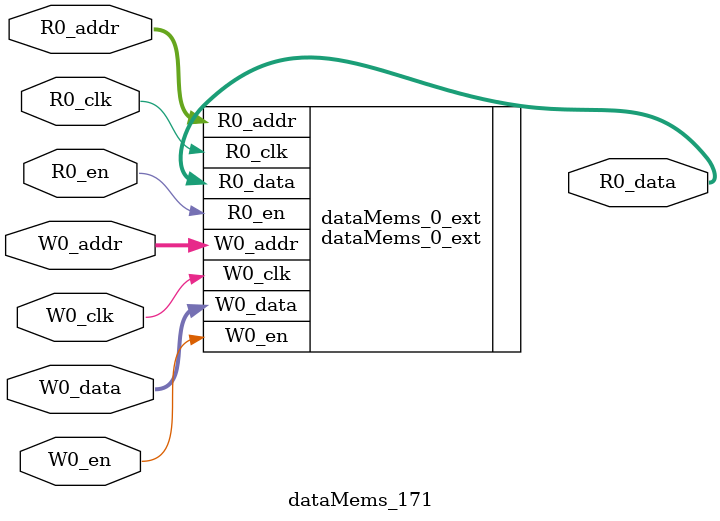
<source format=sv>
`ifndef RANDOMIZE
  `ifdef RANDOMIZE_REG_INIT
    `define RANDOMIZE
  `endif // RANDOMIZE_REG_INIT
`endif // not def RANDOMIZE
`ifndef RANDOMIZE
  `ifdef RANDOMIZE_MEM_INIT
    `define RANDOMIZE
  `endif // RANDOMIZE_MEM_INIT
`endif // not def RANDOMIZE

`ifndef RANDOM
  `define RANDOM $random
`endif // not def RANDOM

// Users can define 'PRINTF_COND' to add an extra gate to prints.
`ifndef PRINTF_COND_
  `ifdef PRINTF_COND
    `define PRINTF_COND_ (`PRINTF_COND)
  `else  // PRINTF_COND
    `define PRINTF_COND_ 1
  `endif // PRINTF_COND
`endif // not def PRINTF_COND_

// Users can define 'ASSERT_VERBOSE_COND' to add an extra gate to assert error printing.
`ifndef ASSERT_VERBOSE_COND_
  `ifdef ASSERT_VERBOSE_COND
    `define ASSERT_VERBOSE_COND_ (`ASSERT_VERBOSE_COND)
  `else  // ASSERT_VERBOSE_COND
    `define ASSERT_VERBOSE_COND_ 1
  `endif // ASSERT_VERBOSE_COND
`endif // not def ASSERT_VERBOSE_COND_

// Users can define 'STOP_COND' to add an extra gate to stop conditions.
`ifndef STOP_COND_
  `ifdef STOP_COND
    `define STOP_COND_ (`STOP_COND)
  `else  // STOP_COND
    `define STOP_COND_ 1
  `endif // STOP_COND
`endif // not def STOP_COND_

// Users can define INIT_RANDOM as general code that gets injected into the
// initializer block for modules with registers.
`ifndef INIT_RANDOM
  `define INIT_RANDOM
`endif // not def INIT_RANDOM

// If using random initialization, you can also define RANDOMIZE_DELAY to
// customize the delay used, otherwise 0.002 is used.
`ifndef RANDOMIZE_DELAY
  `define RANDOMIZE_DELAY 0.002
`endif // not def RANDOMIZE_DELAY

// Define INIT_RANDOM_PROLOG_ for use in our modules below.
`ifndef INIT_RANDOM_PROLOG_
  `ifdef RANDOMIZE
    `ifdef VERILATOR
      `define INIT_RANDOM_PROLOG_ `INIT_RANDOM
    `else  // VERILATOR
      `define INIT_RANDOM_PROLOG_ `INIT_RANDOM #`RANDOMIZE_DELAY begin end
    `endif // VERILATOR
  `else  // RANDOMIZE
    `define INIT_RANDOM_PROLOG_
  `endif // RANDOMIZE
`endif // not def INIT_RANDOM_PROLOG_

// Include register initializers in init blocks unless synthesis is set
`ifndef SYNTHESIS
  `ifndef ENABLE_INITIAL_REG_
    `define ENABLE_INITIAL_REG_
  `endif // not def ENABLE_INITIAL_REG_
`endif // not def SYNTHESIS

// Include rmemory initializers in init blocks unless synthesis is set
`ifndef SYNTHESIS
  `ifndef ENABLE_INITIAL_MEM_
    `define ENABLE_INITIAL_MEM_
  `endif // not def ENABLE_INITIAL_MEM_
`endif // not def SYNTHESIS

module dataMems_171(	// @[generators/ara/src/main/scala/UnsafeAXI4ToTL.scala:365:62]
  input  [4:0]   R0_addr,
  input          R0_en,
  input          R0_clk,
  output [130:0] R0_data,
  input  [4:0]   W0_addr,
  input          W0_en,
  input          W0_clk,
  input  [130:0] W0_data
);

  dataMems_0_ext dataMems_0_ext (	// @[generators/ara/src/main/scala/UnsafeAXI4ToTL.scala:365:62]
    .R0_addr (R0_addr),
    .R0_en   (R0_en),
    .R0_clk  (R0_clk),
    .R0_data (R0_data),
    .W0_addr (W0_addr),
    .W0_en   (W0_en),
    .W0_clk  (W0_clk),
    .W0_data (W0_data)
  );
endmodule


</source>
